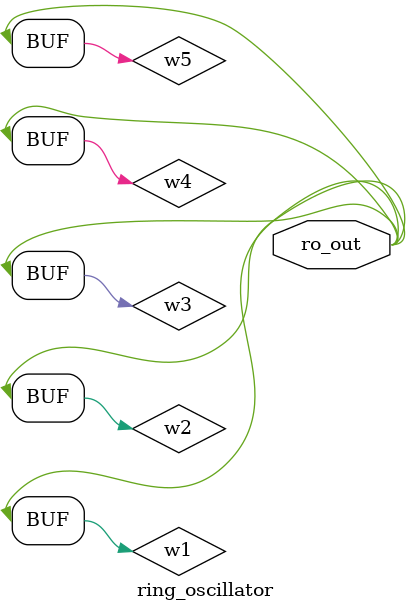
<source format=v>
module ring_oscillator (
    output wire ro_out
);
    wire w1, w2, w3, w4, w5;
    assign w1 = ~w5;
    assign w2 = ~w1;
    assign w3 = ~w2;
    assign w4 = ~w3;
    assign w5 = ~w4;
    assign ro_out = w5;
endmodule

</source>
